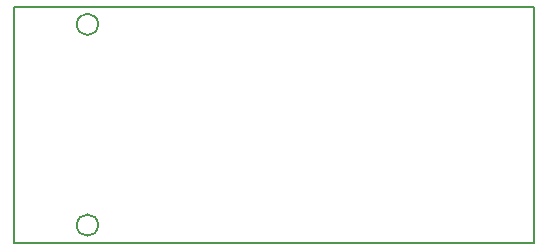
<source format=gbr>
%TF.GenerationSoftware,KiCad,Pcbnew,9.0.7*%
%TF.CreationDate,2026-02-09T14:49:57+01:00*%
%TF.ProjectId,usb-dmx,7573622d-646d-4782-9e6b-696361645f70,1.3*%
%TF.SameCoordinates,Original*%
%TF.FileFunction,Profile,NP*%
%FSLAX46Y46*%
G04 Gerber Fmt 4.6, Leading zero omitted, Abs format (unit mm)*
G04 Created by KiCad (PCBNEW 9.0.7) date 2026-02-09 14:49:57*
%MOMM*%
%LPD*%
G01*
G04 APERTURE LIST*
%TA.AperFunction,Profile*%
%ADD10C,0.200000*%
%TD*%
G04 APERTURE END LIST*
D10*
X98101388Y-59000000D02*
G75*
G02*
X96298612Y-59000000I-901388J0D01*
G01*
X96298612Y-59000000D02*
G75*
G02*
X98101388Y-59000000I901388J0D01*
G01*
X91000000Y-57500000D02*
X135000000Y-57500000D01*
X135000000Y-77500000D01*
X91000000Y-77500000D01*
X91000000Y-57500000D01*
X98101388Y-76000000D02*
G75*
G02*
X96298612Y-76000000I-901388J0D01*
G01*
X96298612Y-76000000D02*
G75*
G02*
X98101388Y-76000000I901388J0D01*
G01*
M02*

</source>
